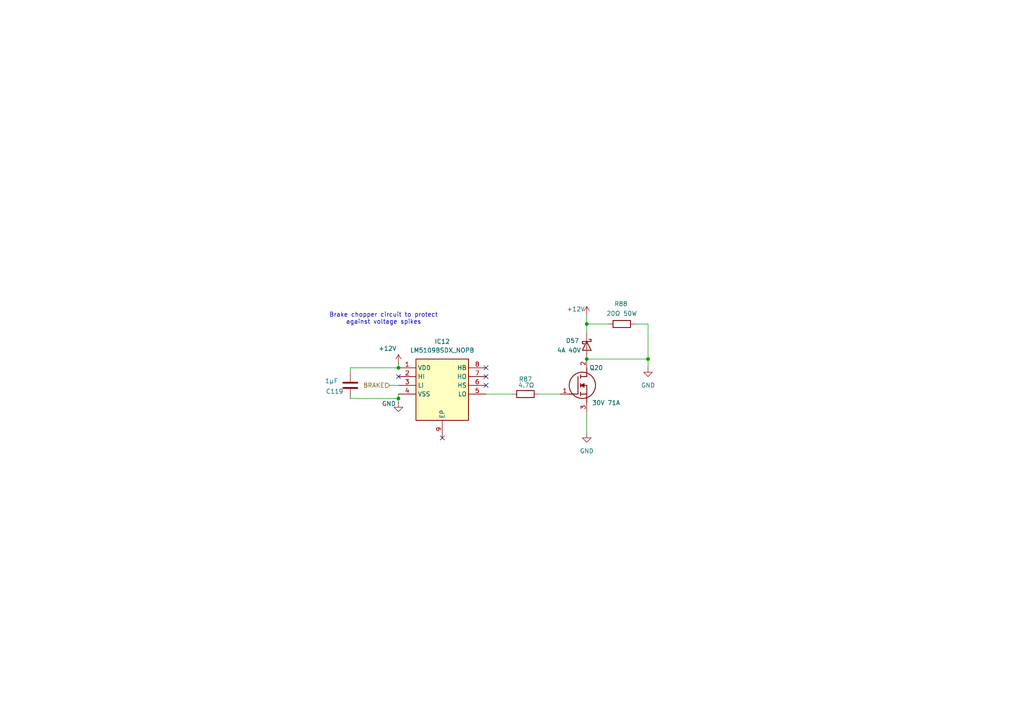
<source format=kicad_sch>
(kicad_sch (version 20250114) (generator "eeschema") (generator_version "9.0")
  (paper "A4")
  (lib_symbols
    (symbol "Device:C" (pin_numbers (hide yes)) (pin_names (offset 0.254))
      (property "Reference" "C" (at 0.635 2.54 0))
      (property "Value" "C" (at 0.635 -2.54 0))
      (symbol "C_0_1"
        (polyline (pts (xy -2.032 0.762) (xy 2.032 0.762)) (stroke (width 0.508)))
        (polyline (pts (xy -2.032 -0.762) (xy 2.032 -0.762)) (stroke (width 0.508)))
      )
      (symbol "C_1_1"
        (pin passive line (at 0 3.81 270) (length 2.794) (name "~") (number "1"))
        (pin passive line (at 0 -3.81 90) (length 2.794) (name "~") (number "2"))
      )
    )
    (symbol "Device:D_Schottky" (pin_numbers (hide yes)) (pin_names (offset 1.016) (hide yes))
      (property "Reference" "D" (at 0 2.54 0))
      (property "Value" "D_Schottky" (at 0 -2.54 0))
      (symbol "D_Schottky_0_1"
        (polyline (pts (xy -1.905 0.635) (xy -1.905 1.27) (xy -1.27 1.27) (xy -1.27 -1.27) (xy -0.635 -1.27) (xy -0.635 -0.635)) (stroke (width 0.254)))
        (polyline (pts (xy 1.27 1.27) (xy 1.27 -1.27) (xy -1.27 0) (xy 1.27 1.27)) (stroke (width 0.254)))
        (polyline (pts (xy 1.27 0) (xy -1.27 0)))
      )
      (symbol "D_Schottky_1_1"
        (pin passive line (at -3.81 0 0) (length 2.54) (name "K") (number "1"))
        (pin passive line (at 3.81 0 180) (length 2.54) (name "A") (number "2"))
      )
    )
    (symbol "Device:R" (pin_numbers (hide yes)) (pin_names (offset 0))
      (property "Reference" "R" (at 2.032 0 90))
      (property "Value" "R" (at 0 0 90))
      (symbol "R_0_1"
        (rectangle (start -1.016 -2.54) (end 1.016 2.54) (stroke (width 0.254)))
      )
      (symbol "R_1_1"
        (pin passive line (at 0 3.81 270) (length 1.27) (name "~") (number "1"))
        (pin passive line (at 0 -3.81 90) (length 1.27) (name "~") (number "2"))
      )
    )
    (symbol "IPD047N03LF2SATMA1:IPD047N03LF2SATMA1" (pin_names (hide yes))
      (property "Reference" "Q" (at 11.43 3.81 0))
      (property "Value" "IPD047N03LF2SATMA1" (at 11.43 1.27 0))
      (symbol "IPD047N03LF2SATMA1_1_1"
        (polyline (pts (xy 2.54 0) (xy 5.08 0)) (stroke (width 0.254)))
        (polyline (pts (xy 5.08 5.08) (xy 5.08 0)) (stroke (width 0.254)))
        (polyline (pts (xy 5.842 5.588) (xy 5.842 4.572)) (stroke (width 0.254)))
        (polyline (pts (xy 5.842 2.54) (xy 6.858 3.048) (xy 6.858 2.032) (xy 5.842 2.54)) (stroke (width 0.254)) (fill (type outline)))
        (polyline (pts (xy 5.842 2.032) (xy 5.842 3.048)) (stroke (width 0.254)))
        (polyline (pts (xy 5.842 0) (xy 7.62 0)) (stroke (width 0.254)))
        (polyline (pts (xy 5.842 -0.508) (xy 5.842 0.508)) (stroke (width 0.254)))
        (circle (center 6.35 2.54) (radius 3.81) (stroke (width 0.254)))
        (polyline (pts (xy 7.62 5.08) (xy 5.842 5.08)) (stroke (width 0.254)))
        (polyline (pts (xy 7.62 5.08) (xy 7.62 7.62)) (stroke (width 0.254)))
        (polyline (pts (xy 7.62 2.54) (xy 5.842 2.54)) (stroke (width 0.254)))
        (polyline (pts (xy 7.62 2.54) (xy 7.62 -2.54)) (stroke (width 0.254)))
        (pin passive line (at 0 0 0) (length 2.54) (name "G") (number "1"))
        (pin passive line (at 7.62 10.16 270) (length 2.54) (name "D") (number "2"))
        (pin passive line (at 7.62 -5.08 90) (length 2.54) (name "S") (number "3"))
      )
    )
    (symbol "LM5109BSDX_NOPB:LM5109BSDX_NOPB"
      (property "Reference" "IC" (at 21.59 7.62 0))
      (property "Value" "LM5109BSDX_NOPB" (at 21.59 5.08 0))
      (symbol "LM5109BSDX_NOPB_1_1"
        (rectangle (start 5.08 2.54) (end 20.32 -15.24) (stroke (width 0.254)) (fill (type background)))
        (pin passive line (at 0 0 0) (length 5.08) (name "VDD") (number "1"))
        (pin passive line (at 0 -2.54 0) (length 5.08) (name "HI") (number "2"))
        (pin passive line (at 0 -5.08 0) (length 5.08) (name "LI") (number "3"))
        (pin passive line (at 0 -7.62 0) (length 5.08) (name "VSS") (number "4"))
        (pin passive line (at 12.7 -20.32 90) (length 5.08) (name "EP") (number "9"))
        (pin passive line (at 25.4 0 180) (length 5.08) (name "HB") (number "8"))
        (pin passive line (at 25.4 -2.54 180) (length 5.08) (name "HO") (number "7"))
        (pin passive line (at 25.4 -5.08 180) (length 5.08) (name "HS") (number "6"))
        (pin passive line (at 25.4 -7.62 180) (length 5.08) (name "LO") (number "5"))
      )
    )
    (symbol "power:+12V" (power) (pin_numbers (hide yes)) (pin_names (offset 0) (hide yes))
      (property "Value" "+12V" (at 0 3.556 0))
      (symbol "+12V_0_1"
        (polyline (pts (xy -0.762 1.27) (xy 0 2.54)))
        (polyline (pts (xy 0 2.54) (xy 0.762 1.27)))
        (polyline (pts (xy 0 0) (xy 0 2.54)))
      )
      (symbol "+12V_1_1"
        (pin power_in line (at 0 0 90) (length 0) (name "~") (number "1"))
      )
    )
    (symbol "power:GND" (power) (pin_numbers (hide yes)) (pin_names (offset 0) (hide yes))
      (property "Value" "GND" (at 0 -3.81 0))
      (symbol "GND_0_1"
        (polyline (pts (xy 0 0) (xy 0 -1.27) (xy 1.27 -1.27) (xy 0 -2.54) (xy -1.27 -1.27) (xy 0 -1.27)))
      )
      (symbol "GND_1_1"
        (pin power_in line (at 0 0 270) (length 0) (name "~") (number "1"))
      )
    )
  )
  (text "Brake chopper circuit to protect\nagainst voltage spikes" (at 111.252 92.456 0) (effects (font (size 1.27 1.27))))
  (junction (at 170.18 104.14))
  (junction (at 187.96 104.14))
  (junction (at 115.57 115.57))
  (junction (at 170.18 93.98))
  (junction (at 115.57 106.68))
  (no_connect (at 140.97 111.76))
  (no_connect (at 128.27 127))
  (no_connect (at 140.97 109.22))
  (no_connect (at 140.97 106.68))
  (no_connect (at 115.57 109.22))
  (wire (pts (xy 113.03 111.76) (xy 115.57 111.76)))
  (wire (pts (xy 140.97 114.3) (xy 148.59 114.3)))
  (wire (pts (xy 187.96 93.98) (xy 187.96 104.14)))
  (wire (pts (xy 170.18 93.98) (xy 170.18 96.52)))
  (wire (pts (xy 184.15 93.98) (xy 187.96 93.98)))
  (wire (pts (xy 115.57 105.41) (xy 115.57 106.68)))
  (wire (pts (xy 187.96 104.14) (xy 187.96 106.68)))
  (wire (pts (xy 101.6 106.68) (xy 115.57 106.68)))
  (wire (pts (xy 170.18 104.14) (xy 187.96 104.14)))
  (wire (pts (xy 170.18 119.38) (xy 170.18 125.73)))
  (wire (pts (xy 101.6 107.95) (xy 101.6 106.68)))
  (wire (pts (xy 156.21 114.3) (xy 162.56 114.3)))
  (wire (pts (xy 170.18 93.98) (xy 176.53 93.98)))
  (wire (pts (xy 115.57 115.57) (xy 115.57 114.3)))
  (wire (pts (xy 170.18 93.98) (xy 170.18 91.44)))
  (wire (pts (xy 115.57 116.84) (xy 115.57 115.57)))
  (wire (pts (xy 101.6 115.57) (xy 115.57 115.57)))
  (hierarchical_label "BRAKE" (shape input) (at 113.03 111.76 180))
  (symbol (lib_id "power:+12V") (at 115.57 105.41 0) (unit 1)
    (property "Reference" "#PWR0237" (effects (hide yes)))
    (property "Value" "+12V" (at 109.728 101.092 0) (effects (justify left)))
    (property "Description" "Power symbol creates a global label with name \"+12V\"" (effects (hide yes)))
  )
  (symbol (lib_id "power:GND") (at 115.57 116.84 0) (unit 1)
    (property "Reference" "#PWR0238" (effects (hide yes)))
    (property "Value" "GND" (at 110.744 117.094 0) (effects (justify left)))
    (property "Description" "Power symbol creates a global label with name \"GND\" , ground" (effects (hide yes)))
  )
  (symbol (lib_id "Device:D_Schottky") (at 170.18 100.33 270) (unit 1)
    (property "Reference" "D57" (at 164.084 98.806 90) (effects (justify left)))
    (property "Value" "4A 40V" (at 161.544 101.6 90) (effects (justify left)))
    (property "Footprint" "kuben-footprints:DIOM7959X262N" (effects (hide yes)))
    (property "Description" "Schottky diode" (effects (hide yes)))
    (property "Height" "2.62" (effects (hide yes)))
    (property "Mouser Part Number" "78-SL44HE3_B/I" (effects (hide yes)))
    (property "Mouser Price/Stock" "https://www.mouser.com/Search/Refine.aspx?Keyword=78-SL44HE3_B%2FI" (effects (hide yes)))
    (property "Manufacturer_Name" "Vishay" (effects (hide yes)))
    (property "Manufacturer_Part_Number" "SL44HE3_B/I" (effects (hide yes)))
  )
  (symbol (lib_id "Device:R") (at 180.34 93.98 90) (unit 1)
    (property "Reference" "R88" (at 180.086 88.138 90))
    (property "Value" "20Ω 50W" (at 180.34 90.932 90))
    (property "Description" "Resistor" (effects (hide yes)))
  )
  (symbol (lib_id "power:GND") (at 187.96 106.68 0) (unit 1)
    (property "Reference" "#PWR0241" (effects (hide yes)))
    (property "Value" "GND" (at 187.96 111.76 0))
    (property "Description" "Power symbol creates a global label with name \"GND\" , ground" (effects (hide yes)))
  )
  (symbol (lib_id "power:+12V") (at 170.18 91.44 0) (unit 1)
    (property "Reference" "#PWR0239" (effects (hide yes)))
    (property "Value" "+12V" (at 164.338 89.662 0) (effects (justify left)))
    (property "Description" "Power symbol creates a global label with name \"+12V\"" (effects (hide yes)))
  )
  (symbol (lib_id "Device:R") (at 152.4 114.3 270) (unit 1)
    (property "Reference" "R87" (at 152.4 109.982 90))
    (property "Value" "4.7Ω" (at 152.654 111.76 90))
    (property "Footprint" "Resistor_SMD:R_0603_1608Metric" (effects (hide yes)))
    (property "Description" "Resistor" (effects (hide yes)))
  )
  (symbol (lib_id "LM5109BSDX_NOPB:LM5109BSDX_NOPB") (at 115.57 106.68 0) (unit 1)
    (property "Reference" "IC12" (at 128.27 99.06 0))
    (property "Value" "LM5109BSDX_NOPB" (at 128.27 101.6 0))
    (property "Footprint" "kuben-footprints:SON80P400X400X80-9N" (effects (hide yes)))
    (property "Datasheet" "http://www.ti.com/lit/gpn/LM5109B" (effects (hide yes)))
    (property "Description" "High Voltage 1A Peak Half Bridge Gate Driver" (effects (hide yes)))
    (property "Height" "0.8" (effects (hide yes)))
    (property "Mouser Part Number" "926-LM5109BSDX/NOPB" (effects (hide yes)))
    (property "Mouser Price/Stock" "https://www.mouser.co.uk/ProductDetail/Texas-Instruments/LM5109BSDX-NOPB?qs=QbsRYf82W3F6fMiLbkf%252BhQ%3D%3D" (effects (hide yes)))
    (property "Manufacturer_Name" "Texas Instruments" (effects (hide yes)))
    (property "Manufacturer_Part_Number" "LM5109BSDX/NOPB" (effects (hide yes)))
  )
  (symbol (lib_id "Device:C") (at 101.6 111.76 0) (unit 1)
    (property "Reference" "C119" (at 94.488 113.538 0) (effects (justify left)))
    (property "Value" "1µF" (at 94.234 110.49 0) (effects (justify left)))
    (property "Footprint" "Capacitor_SMD:C_0603_1608Metric" (effects (hide yes)))
    (property "Description" "Unpolarized capacitor" (effects (hide yes)))
  )
  (symbol (lib_id "power:GND") (at 170.18 125.73 0) (unit 1)
    (property "Reference" "#PWR0240" (effects (hide yes)))
    (property "Value" "GND" (at 170.18 130.81 0))
    (property "Description" "Power symbol creates a global label with name \"GND\" , ground" (effects (hide yes)))
  )
  (symbol (lib_id "IPD047N03LF2SATMA1:IPD047N03LF2SATMA1") (at 162.56 114.3 0) (unit 1)
    (property "Reference" "Q20" (at 170.942 106.68 0) (effects (justify left)))
    (property "Value" "30V 71A" (at 171.704 116.84 0) (effects (justify left)))
    (property "Footprint" "kuben-footprints:IPD047N03LF2SATMA1" (effects (hide yes)))
    (property "Datasheet" "https://www.infineon.com/dgdl/Infineon-IPD047N03LF2S-DataSheet-v01_00-EN.pdf?fileId=8ac78c8c92416ca50192b89c5f296484" (effects (hide yes)))
    (property "Description" "N-Channel 30 V 71A (Tc) 65W (Tc) Surface Mount PG-TO252-3" (effects (hide yes)))
    (property "Description_1" "N-Channel 30 V 71A (Tc) 65W (Tc) Surface Mount PG-TO252-3" (effects (hide yes)))
    (property "Height" "2.52" (effects (hide yes)))
    (property "Manufacturer_Name" "Infineon" (effects (hide yes)))
    (property "Manufacturer_Part_Number" "IPD047N03LF2SATMA1" (effects (hide yes)))
  )
)
</source>
